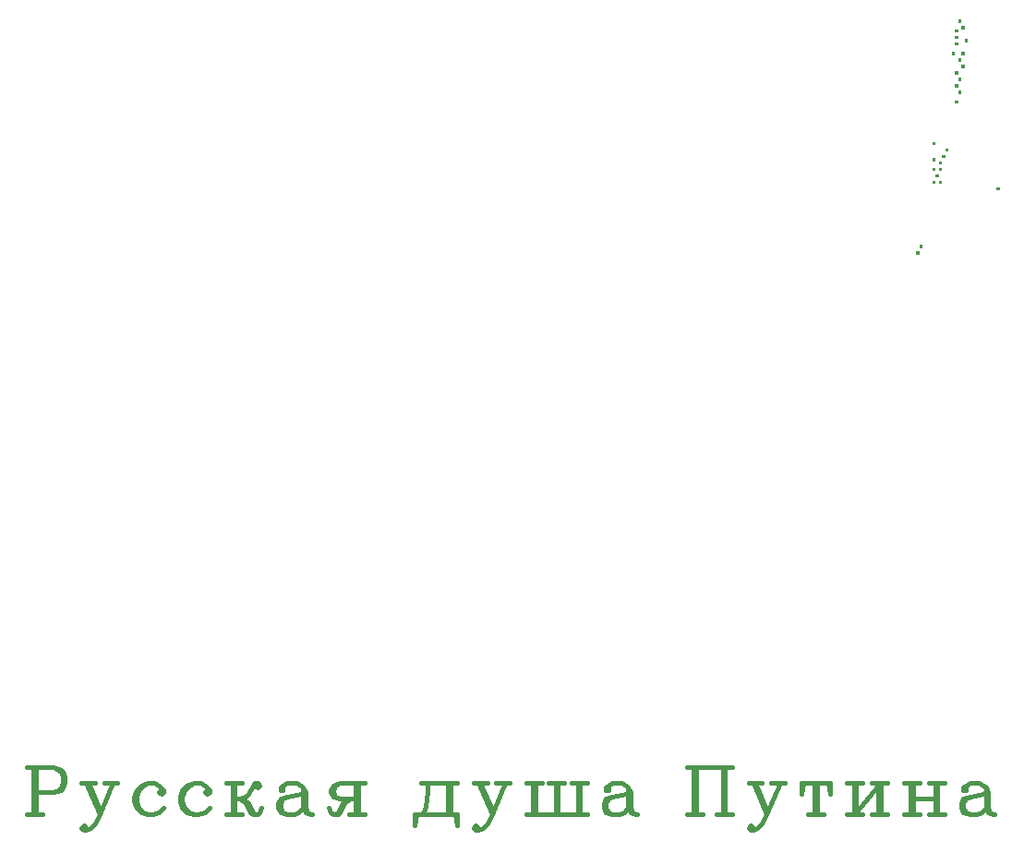
<source format=gto>
G04 start of page 2 for group 1 layer_idx 6 *
G04 Title: (unknown), top_silk *
G04 Creator: pcb-rnd 3.1.5-dev *
G04 CreationDate: 2024-03-25 20:10:40 UTC *
G04 For: STEM4ukraine *
G04 Format: Gerber/RS-274X *
G04 PCB-Dimensions: 362205 393701 *
G04 PCB-Coordinate-Origin: lower left *
%MOIN*%
%FSLAX25Y25*%
%LNTOP_SILK_NONE_1*%
%ADD25C,0.0180*%
%ADD24C,0.0001*%
G54D24*G36*
X343671Y298435D02*Y297234D01*
X342471D01*
Y298435D01*
X343671D01*
G37*
G36*
X344833Y296112D02*Y294911D01*
X343632D01*
Y296112D01*
X344833D01*
G37*
G36*
X342510Y294951D02*Y293750D01*
X341309D01*
Y294951D01*
X342510D01*
G37*
G36*
Y292628D02*Y291427D01*
X341309D01*
Y292628D01*
X342510D01*
G37*
G36*
X345994Y291467D02*Y290266D01*
X344793D01*
Y291467D01*
X345994D01*
G37*
G36*
X342510Y290305D02*Y289104D01*
X341309D01*
Y290305D01*
X342510D01*
G37*
G36*
X341349Y286821D02*Y285620D01*
X340148D01*
Y286821D01*
X341349D01*
G37*
G36*
X344833D02*Y285620D01*
X343632D01*
Y286821D01*
X344833D01*
G37*
G36*
X343671Y284498D02*Y283297D01*
X342471D01*
Y284498D01*
X343671D01*
G37*
G36*
X344833Y282175D02*Y280974D01*
X343632D01*
Y282175D01*
X344833D01*
G37*
G36*
X342510Y279852D02*Y278651D01*
X341309D01*
Y279852D01*
X342510D01*
G37*
G36*
Y275207D02*Y274006D01*
X341309D01*
Y275207D01*
X342510D01*
G37*
G36*
Y269400D02*Y268199D01*
X341309D01*
Y269400D01*
X342510D01*
G37*
G36*
X334380Y254301D02*Y253100D01*
X333179D01*
Y254301D01*
X334380D01*
G37*
G36*
X339026Y251978D02*Y250777D01*
X337825D01*
Y251978D01*
X339026D01*
G37*
G36*
X337864Y249655D02*Y248455D01*
X336664D01*
Y249655D01*
X337864D01*
G37*
G36*
X334380Y248494D02*Y247293D01*
X333179D01*
Y248494D01*
X334380D01*
G37*
G36*
X336703Y247333D02*Y246132D01*
X335502D01*
Y247333D01*
X336703D01*
G37*
G36*
X334380Y245010D02*Y243809D01*
X333179D01*
Y245010D01*
X334380D01*
G37*
G36*
Y240364D02*Y239163D01*
X333179D01*
Y240364D01*
X334380D01*
G37*
G36*
X329734Y217136D02*Y215935D01*
X328534D01*
Y217136D01*
X329734D01*
G37*
G36*
X328573Y214813D02*Y213612D01*
X327372D01*
Y214813D01*
X328573D01*
G37*
G36*
X336703Y245010D02*Y243809D01*
X335502D01*
Y245010D01*
X336703D01*
G37*
G36*
Y240364D02*Y239163D01*
X335502D01*
Y240364D01*
X336703D01*
G37*
G36*
X335542Y242687D02*Y241486D01*
X334341D01*
Y242687D01*
X335542D01*
G37*
G36*
X343671Y277529D02*Y276329D01*
X342471D01*
Y277529D01*
X343671D01*
G37*
G36*
Y272884D02*Y271683D01*
X342471D01*
Y272884D01*
X343671D01*
G37*
G36*
X357608Y238041D02*Y236840D01*
X356408D01*
Y238041D01*
X357608D01*
G37*
G54D25*X8734Y28507D02*Y11487D01*
X9544Y28507D02*Y11487D01*
X6299Y28507D02*X16024D01*
X18454Y27697D01*
X19269Y26887D01*
X20079Y25267D01*
Y22832D01*
X19269Y21212D01*
X18454Y20402D01*
X16024Y19592D01*
X9544D01*
X16024Y28507D02*X17644Y27697D01*
X18454Y26887D01*
X19269Y25267D01*
Y22832D01*
X18454Y21212D01*
X17644Y20402D01*
X16024Y19592D01*
X6299Y11487D02*X11974D01*
X27704Y22832D02*X32564Y11487D01*
X28514Y22832D02*X32564Y13107D01*
X37424Y22832D02*X32564Y11487D01*
X30944Y8242D01*
X29324Y6622D01*
X27704Y5812D01*
X26889D01*
X26079Y6622D01*
X26889Y7432D01*
X27704Y6622D01*
X26079Y22832D02*X30944D01*
X34184D02*X39049D01*
X54774Y20402D02*X53964Y19592D01*
X54774Y18782D01*
X55584Y19592D01*
Y20402D01*
X53964Y22022D01*
X52344Y22832D01*
X49914D01*
X47484Y22022D01*
X45864Y20402D01*
X45049Y17972D01*
Y16352D01*
X45864Y13922D01*
X47484Y12297D01*
X49914Y11487D01*
X51534D01*
X53964Y12297D01*
X55584Y13922D01*
X49914Y22832D02*X48294Y22022D01*
X46674Y20402D01*
X45864Y17972D01*
Y16352D01*
X46674Y13922D01*
X48294Y12297D01*
X49914Y11487D01*
X71309Y20402D02*X70499Y19592D01*
X71309Y18782D01*
X72119Y19592D01*
Y20402D01*
X70499Y22022D01*
X68879Y22832D01*
X66449D01*
X64019Y22022D01*
X62399Y20402D01*
X61584Y17972D01*
Y16352D01*
X62399Y13922D01*
X64019Y12297D01*
X66449Y11487D01*
X68069D01*
X70499Y12297D01*
X72119Y13922D01*
X66449Y22832D02*X64829Y22022D01*
X63209Y20402D01*
X62399Y17972D01*
Y16352D01*
X63209Y13922D01*
X64829Y12297D01*
X66449Y11487D01*
X80554Y22832D02*Y11487D01*
X81364Y22832D02*Y11487D01*
X78119Y22832D02*X83794D01*
X81364Y17162D02*X82984D01*
X85414Y17972D01*
X86224Y18782D01*
X87844Y22022D01*
X88654Y22832D01*
X89464D01*
X90279Y22022D01*
X89464Y21212D01*
X88654Y22022D01*
X82984Y17162D02*X85414Y16352D01*
X86224Y15542D01*
X87844Y12297D01*
X88654Y11487D01*
X82984Y17162D02*X84604Y16352D01*
X85414Y15542D01*
X87034Y12297D01*
X87844Y11487D01*
X89464D01*
X90279Y12297D01*
X91089Y13922D01*
X78119Y11487D02*X83794D01*
X98709Y21212D02*Y20402D01*
X97899D01*
Y21212D01*
X98709Y22022D01*
X100329Y22832D01*
X103569D01*
X105189Y22022D01*
X105999Y21212D01*
X106809Y19592D01*
Y13922D01*
X107624Y12297D01*
X108434Y11487D01*
X105999Y21212D02*Y13922D01*
X106809Y12297D01*
X108434Y11487D01*
X109244D01*
X105999Y19592D02*X105189Y18782D01*
X100329Y17972D01*
X97899Y17162D01*
X97089Y15542D01*
Y13922D01*
X97899Y12297D01*
X100329Y11487D01*
X102759D01*
X104379Y12297D01*
X105999Y13922D01*
X100329Y17972D02*X98709Y17162D01*
X97899Y15542D01*
Y13922D01*
X98709Y12297D01*
X100329Y11487D01*
X124969Y22832D02*Y11487D01*
X125779Y22832D02*Y11487D01*
X128214Y22832D02*X119299D01*
X116869Y22022D01*
X116054Y20402D01*
Y19592D01*
X116869Y17972D01*
X119299Y17162D01*
X124969D01*
X119299Y22832D02*X117679Y22022D01*
X116869Y20402D01*
Y19592D01*
X117679Y17972D01*
X119299Y17162D01*
X123349D02*X120919Y16352D01*
X120109Y15542D01*
X118489Y12297D01*
X117679Y11487D01*
X123349Y17162D02*X121729Y16352D01*
X120919Y15542D01*
X119299Y12297D01*
X118489Y11487D01*
X116869D01*
X116054Y12297D01*
X115244Y13922D01*
X122539Y11487D02*X128214D01*
X151079Y22832D02*Y19592D01*
X150269Y14732D01*
X149459Y12297D01*
X148644Y11487D01*
X158369Y22832D02*Y11487D01*
X159179Y22832D02*Y11487D01*
X148644Y22832D02*X161614D01*
X147024Y11487D02*X146214Y7432D01*
Y11487D01*
X161614D01*
Y7432D01*
X160804Y11487D01*
X169239Y22832D02*X174099Y11487D01*
X170049Y22832D02*X174099Y13107D01*
X178959Y22832D02*X174099Y11487D01*
X172479Y8242D01*
X170859Y6622D01*
X169239Y5812D01*
X168424D01*
X167614Y6622D01*
X168424Y7432D01*
X169239Y6622D01*
X167614Y22832D02*X172479D01*
X175719D02*X180584D01*
X189019D02*Y11487D01*
X189829Y22832D02*Y11487D01*
X197124Y22832D02*Y11487D01*
X197934Y22832D02*Y11487D01*
X205229Y22832D02*Y11487D01*
X206039Y22832D02*Y11487D01*
X186584Y22832D02*X192264D01*
X194694D02*X200364D01*
X202799D02*X208474D01*
X186584Y11487D02*X208474D01*
X216094Y21212D02*Y20402D01*
X215284D01*
Y21212D01*
X216094Y22022D01*
X217714Y22832D01*
X220954D01*
X222574Y22022D01*
X223384Y21212D01*
X224194Y19592D01*
Y13922D01*
X225009Y12297D01*
X225819Y11487D01*
X223384Y21212D02*Y13922D01*
X224194Y12297D01*
X225819Y11487D01*
X226629D01*
X223384Y19592D02*X222574Y18782D01*
X217714Y17972D01*
X215284Y17162D01*
X214474Y15542D01*
Y13922D01*
X215284Y12297D01*
X217714Y11487D01*
X220144D01*
X221764Y12297D01*
X223384Y13922D01*
X217714Y17972D02*X216094Y17162D01*
X215284Y15542D01*
Y13922D01*
X216094Y12297D01*
X217714Y11487D01*
X247059Y28507D02*Y11487D01*
X247874Y28507D02*Y11487D01*
X257594Y28507D02*Y11487D01*
X258409Y28507D02*Y11487D01*
X244629Y28507D02*X260839D01*
X244629Y11487D02*X250304D01*
X255164D02*X260839D01*
X268464Y22832D02*X273324Y11487D01*
X269274Y22832D02*X273324Y13107D01*
X278184Y22832D02*X273324Y11487D01*
X271704Y8242D01*
X270084Y6622D01*
X268464Y5812D01*
X267649D01*
X266839Y6622D01*
X267649Y7432D01*
X268464Y6622D01*
X266839Y22832D02*X271704D01*
X274944D02*X279809D01*
X290669D02*Y11487D01*
X291479Y22832D02*Y11487D01*
X286619Y22832D02*X285809Y18782D01*
Y22832D01*
X296344D01*
Y18782D01*
X295529Y22832D01*
X288239Y11487D02*X293909D01*
X304779Y22832D02*Y11487D01*
X305589Y22832D02*Y11487D01*
X313689Y22832D02*Y11487D01*
X314499Y22832D02*Y11487D01*
X302344Y22832D02*X308019D01*
X311259D02*X316934D01*
X302344Y11487D02*X308019D01*
X311259D02*X316934D01*
X313689Y22022D02*X305589Y12297D01*
X325369Y22832D02*Y11487D01*
X326179Y22832D02*Y11487D01*
X334279Y22832D02*Y11487D01*
X335089Y22832D02*Y11487D01*
X322934Y22832D02*X328609D01*
X331849D02*X337524D01*
X326179Y17162D02*X334279D01*
X322934Y11487D02*X328609D01*
X331849D02*X337524D01*
X345144Y21212D02*Y20402D01*
X344334D01*
Y21212D01*
X345144Y22022D01*
X346764Y22832D01*
X350004D01*
X351624Y22022D01*
X352434Y21212D01*
X353244Y19592D01*
Y13922D01*
X354059Y12297D01*
X354869Y11487D01*
X352434Y21212D02*Y13922D01*
X353244Y12297D01*
X354869Y11487D01*
X355679D01*
X352434Y19592D02*X351624Y18782D01*
X346764Y17972D01*
X344334Y17162D01*
X343524Y15542D01*
Y13922D01*
X344334Y12297D01*
X346764Y11487D01*
X349194D01*
X350814Y12297D01*
X352434Y13922D01*
X346764Y17972D02*X345144Y17162D01*
X344334Y15542D01*
Y13922D01*
X345144Y12297D01*
X346764Y11487D01*
M02*

</source>
